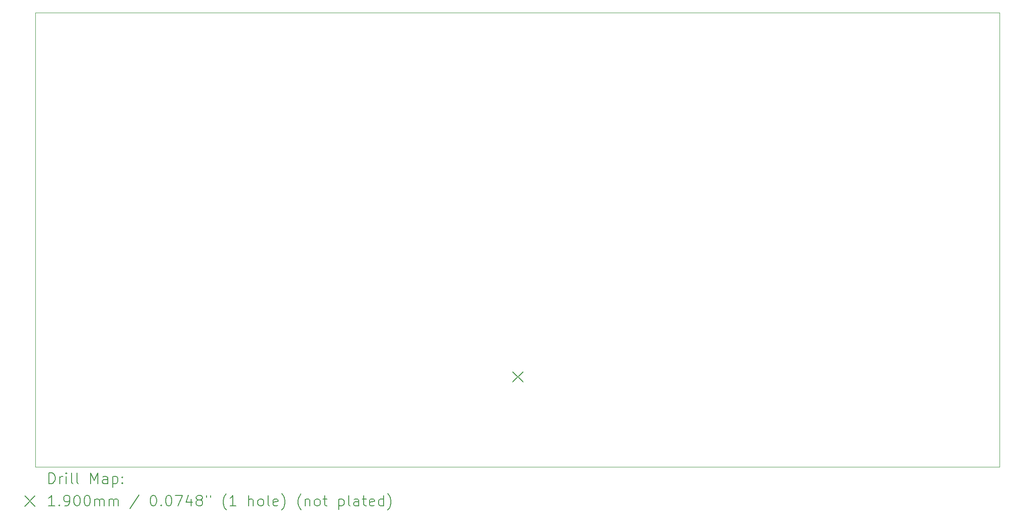
<source format=gbr>
%TF.GenerationSoftware,KiCad,Pcbnew,8.0.1*%
%TF.CreationDate,2024-04-17T00:36:40+02:00*%
%TF.ProjectId,Solaranlage,536f6c61-7261-46e6-9c61-67652e6b6963,rev?*%
%TF.SameCoordinates,Original*%
%TF.FileFunction,Drillmap*%
%TF.FilePolarity,Positive*%
%FSLAX45Y45*%
G04 Gerber Fmt 4.5, Leading zero omitted, Abs format (unit mm)*
G04 Created by KiCad (PCBNEW 8.0.1) date 2024-04-17 00:36:40*
%MOMM*%
%LPD*%
G01*
G04 APERTURE LIST*
%ADD10C,0.050000*%
%ADD11C,0.200000*%
%ADD12C,0.190000*%
G04 APERTURE END LIST*
D10*
X4877800Y-14020800D02*
X4877800Y-5520800D01*
X22908800Y-5520800D02*
X22908800Y-14020800D01*
X4877800Y-5520800D02*
X22908800Y-5520800D01*
X22908800Y-14020800D02*
X4877800Y-14020800D01*
D11*
D12*
X13805800Y-12246300D02*
X13995800Y-12436300D01*
X13995800Y-12246300D02*
X13805800Y-12436300D01*
D11*
X5136077Y-14334784D02*
X5136077Y-14134784D01*
X5136077Y-14134784D02*
X5183696Y-14134784D01*
X5183696Y-14134784D02*
X5212267Y-14144308D01*
X5212267Y-14144308D02*
X5231315Y-14163355D01*
X5231315Y-14163355D02*
X5240839Y-14182403D01*
X5240839Y-14182403D02*
X5250363Y-14220498D01*
X5250363Y-14220498D02*
X5250363Y-14249069D01*
X5250363Y-14249069D02*
X5240839Y-14287165D01*
X5240839Y-14287165D02*
X5231315Y-14306212D01*
X5231315Y-14306212D02*
X5212267Y-14325260D01*
X5212267Y-14325260D02*
X5183696Y-14334784D01*
X5183696Y-14334784D02*
X5136077Y-14334784D01*
X5336077Y-14334784D02*
X5336077Y-14201450D01*
X5336077Y-14239546D02*
X5345601Y-14220498D01*
X5345601Y-14220498D02*
X5355124Y-14210974D01*
X5355124Y-14210974D02*
X5374172Y-14201450D01*
X5374172Y-14201450D02*
X5393220Y-14201450D01*
X5459886Y-14334784D02*
X5459886Y-14201450D01*
X5459886Y-14134784D02*
X5450363Y-14144308D01*
X5450363Y-14144308D02*
X5459886Y-14153831D01*
X5459886Y-14153831D02*
X5469410Y-14144308D01*
X5469410Y-14144308D02*
X5459886Y-14134784D01*
X5459886Y-14134784D02*
X5459886Y-14153831D01*
X5583696Y-14334784D02*
X5564648Y-14325260D01*
X5564648Y-14325260D02*
X5555124Y-14306212D01*
X5555124Y-14306212D02*
X5555124Y-14134784D01*
X5688458Y-14334784D02*
X5669410Y-14325260D01*
X5669410Y-14325260D02*
X5659886Y-14306212D01*
X5659886Y-14306212D02*
X5659886Y-14134784D01*
X5917029Y-14334784D02*
X5917029Y-14134784D01*
X5917029Y-14134784D02*
X5983696Y-14277641D01*
X5983696Y-14277641D02*
X6050362Y-14134784D01*
X6050362Y-14134784D02*
X6050362Y-14334784D01*
X6231315Y-14334784D02*
X6231315Y-14230022D01*
X6231315Y-14230022D02*
X6221791Y-14210974D01*
X6221791Y-14210974D02*
X6202743Y-14201450D01*
X6202743Y-14201450D02*
X6164648Y-14201450D01*
X6164648Y-14201450D02*
X6145601Y-14210974D01*
X6231315Y-14325260D02*
X6212267Y-14334784D01*
X6212267Y-14334784D02*
X6164648Y-14334784D01*
X6164648Y-14334784D02*
X6145601Y-14325260D01*
X6145601Y-14325260D02*
X6136077Y-14306212D01*
X6136077Y-14306212D02*
X6136077Y-14287165D01*
X6136077Y-14287165D02*
X6145601Y-14268117D01*
X6145601Y-14268117D02*
X6164648Y-14258593D01*
X6164648Y-14258593D02*
X6212267Y-14258593D01*
X6212267Y-14258593D02*
X6231315Y-14249069D01*
X6326553Y-14201450D02*
X6326553Y-14401450D01*
X6326553Y-14210974D02*
X6345601Y-14201450D01*
X6345601Y-14201450D02*
X6383696Y-14201450D01*
X6383696Y-14201450D02*
X6402743Y-14210974D01*
X6402743Y-14210974D02*
X6412267Y-14220498D01*
X6412267Y-14220498D02*
X6421791Y-14239546D01*
X6421791Y-14239546D02*
X6421791Y-14296688D01*
X6421791Y-14296688D02*
X6412267Y-14315736D01*
X6412267Y-14315736D02*
X6402743Y-14325260D01*
X6402743Y-14325260D02*
X6383696Y-14334784D01*
X6383696Y-14334784D02*
X6345601Y-14334784D01*
X6345601Y-14334784D02*
X6326553Y-14325260D01*
X6507505Y-14315736D02*
X6517029Y-14325260D01*
X6517029Y-14325260D02*
X6507505Y-14334784D01*
X6507505Y-14334784D02*
X6497982Y-14325260D01*
X6497982Y-14325260D02*
X6507505Y-14315736D01*
X6507505Y-14315736D02*
X6507505Y-14334784D01*
X6507505Y-14210974D02*
X6517029Y-14220498D01*
X6517029Y-14220498D02*
X6507505Y-14230022D01*
X6507505Y-14230022D02*
X6497982Y-14220498D01*
X6497982Y-14220498D02*
X6507505Y-14210974D01*
X6507505Y-14210974D02*
X6507505Y-14230022D01*
D12*
X4685300Y-14568300D02*
X4875300Y-14758300D01*
X4875300Y-14568300D02*
X4685300Y-14758300D01*
D11*
X5240839Y-14754784D02*
X5126553Y-14754784D01*
X5183696Y-14754784D02*
X5183696Y-14554784D01*
X5183696Y-14554784D02*
X5164648Y-14583355D01*
X5164648Y-14583355D02*
X5145601Y-14602403D01*
X5145601Y-14602403D02*
X5126553Y-14611927D01*
X5326553Y-14735736D02*
X5336077Y-14745260D01*
X5336077Y-14745260D02*
X5326553Y-14754784D01*
X5326553Y-14754784D02*
X5317029Y-14745260D01*
X5317029Y-14745260D02*
X5326553Y-14735736D01*
X5326553Y-14735736D02*
X5326553Y-14754784D01*
X5431315Y-14754784D02*
X5469410Y-14754784D01*
X5469410Y-14754784D02*
X5488458Y-14745260D01*
X5488458Y-14745260D02*
X5497982Y-14735736D01*
X5497982Y-14735736D02*
X5517029Y-14707165D01*
X5517029Y-14707165D02*
X5526553Y-14669069D01*
X5526553Y-14669069D02*
X5526553Y-14592879D01*
X5526553Y-14592879D02*
X5517029Y-14573831D01*
X5517029Y-14573831D02*
X5507505Y-14564308D01*
X5507505Y-14564308D02*
X5488458Y-14554784D01*
X5488458Y-14554784D02*
X5450363Y-14554784D01*
X5450363Y-14554784D02*
X5431315Y-14564308D01*
X5431315Y-14564308D02*
X5421791Y-14573831D01*
X5421791Y-14573831D02*
X5412267Y-14592879D01*
X5412267Y-14592879D02*
X5412267Y-14640498D01*
X5412267Y-14640498D02*
X5421791Y-14659546D01*
X5421791Y-14659546D02*
X5431315Y-14669069D01*
X5431315Y-14669069D02*
X5450363Y-14678593D01*
X5450363Y-14678593D02*
X5488458Y-14678593D01*
X5488458Y-14678593D02*
X5507505Y-14669069D01*
X5507505Y-14669069D02*
X5517029Y-14659546D01*
X5517029Y-14659546D02*
X5526553Y-14640498D01*
X5650362Y-14554784D02*
X5669410Y-14554784D01*
X5669410Y-14554784D02*
X5688458Y-14564308D01*
X5688458Y-14564308D02*
X5697982Y-14573831D01*
X5697982Y-14573831D02*
X5707505Y-14592879D01*
X5707505Y-14592879D02*
X5717029Y-14630974D01*
X5717029Y-14630974D02*
X5717029Y-14678593D01*
X5717029Y-14678593D02*
X5707505Y-14716688D01*
X5707505Y-14716688D02*
X5697982Y-14735736D01*
X5697982Y-14735736D02*
X5688458Y-14745260D01*
X5688458Y-14745260D02*
X5669410Y-14754784D01*
X5669410Y-14754784D02*
X5650362Y-14754784D01*
X5650362Y-14754784D02*
X5631315Y-14745260D01*
X5631315Y-14745260D02*
X5621791Y-14735736D01*
X5621791Y-14735736D02*
X5612267Y-14716688D01*
X5612267Y-14716688D02*
X5602743Y-14678593D01*
X5602743Y-14678593D02*
X5602743Y-14630974D01*
X5602743Y-14630974D02*
X5612267Y-14592879D01*
X5612267Y-14592879D02*
X5621791Y-14573831D01*
X5621791Y-14573831D02*
X5631315Y-14564308D01*
X5631315Y-14564308D02*
X5650362Y-14554784D01*
X5840839Y-14554784D02*
X5859886Y-14554784D01*
X5859886Y-14554784D02*
X5878934Y-14564308D01*
X5878934Y-14564308D02*
X5888458Y-14573831D01*
X5888458Y-14573831D02*
X5897982Y-14592879D01*
X5897982Y-14592879D02*
X5907505Y-14630974D01*
X5907505Y-14630974D02*
X5907505Y-14678593D01*
X5907505Y-14678593D02*
X5897982Y-14716688D01*
X5897982Y-14716688D02*
X5888458Y-14735736D01*
X5888458Y-14735736D02*
X5878934Y-14745260D01*
X5878934Y-14745260D02*
X5859886Y-14754784D01*
X5859886Y-14754784D02*
X5840839Y-14754784D01*
X5840839Y-14754784D02*
X5821791Y-14745260D01*
X5821791Y-14745260D02*
X5812267Y-14735736D01*
X5812267Y-14735736D02*
X5802743Y-14716688D01*
X5802743Y-14716688D02*
X5793220Y-14678593D01*
X5793220Y-14678593D02*
X5793220Y-14630974D01*
X5793220Y-14630974D02*
X5802743Y-14592879D01*
X5802743Y-14592879D02*
X5812267Y-14573831D01*
X5812267Y-14573831D02*
X5821791Y-14564308D01*
X5821791Y-14564308D02*
X5840839Y-14554784D01*
X5993220Y-14754784D02*
X5993220Y-14621450D01*
X5993220Y-14640498D02*
X6002743Y-14630974D01*
X6002743Y-14630974D02*
X6021791Y-14621450D01*
X6021791Y-14621450D02*
X6050363Y-14621450D01*
X6050363Y-14621450D02*
X6069410Y-14630974D01*
X6069410Y-14630974D02*
X6078934Y-14650022D01*
X6078934Y-14650022D02*
X6078934Y-14754784D01*
X6078934Y-14650022D02*
X6088458Y-14630974D01*
X6088458Y-14630974D02*
X6107505Y-14621450D01*
X6107505Y-14621450D02*
X6136077Y-14621450D01*
X6136077Y-14621450D02*
X6155124Y-14630974D01*
X6155124Y-14630974D02*
X6164648Y-14650022D01*
X6164648Y-14650022D02*
X6164648Y-14754784D01*
X6259886Y-14754784D02*
X6259886Y-14621450D01*
X6259886Y-14640498D02*
X6269410Y-14630974D01*
X6269410Y-14630974D02*
X6288458Y-14621450D01*
X6288458Y-14621450D02*
X6317029Y-14621450D01*
X6317029Y-14621450D02*
X6336077Y-14630974D01*
X6336077Y-14630974D02*
X6345601Y-14650022D01*
X6345601Y-14650022D02*
X6345601Y-14754784D01*
X6345601Y-14650022D02*
X6355124Y-14630974D01*
X6355124Y-14630974D02*
X6374172Y-14621450D01*
X6374172Y-14621450D02*
X6402743Y-14621450D01*
X6402743Y-14621450D02*
X6421791Y-14630974D01*
X6421791Y-14630974D02*
X6431315Y-14650022D01*
X6431315Y-14650022D02*
X6431315Y-14754784D01*
X6821791Y-14545260D02*
X6650363Y-14802403D01*
X7078934Y-14554784D02*
X7097982Y-14554784D01*
X7097982Y-14554784D02*
X7117029Y-14564308D01*
X7117029Y-14564308D02*
X7126553Y-14573831D01*
X7126553Y-14573831D02*
X7136077Y-14592879D01*
X7136077Y-14592879D02*
X7145601Y-14630974D01*
X7145601Y-14630974D02*
X7145601Y-14678593D01*
X7145601Y-14678593D02*
X7136077Y-14716688D01*
X7136077Y-14716688D02*
X7126553Y-14735736D01*
X7126553Y-14735736D02*
X7117029Y-14745260D01*
X7117029Y-14745260D02*
X7097982Y-14754784D01*
X7097982Y-14754784D02*
X7078934Y-14754784D01*
X7078934Y-14754784D02*
X7059886Y-14745260D01*
X7059886Y-14745260D02*
X7050363Y-14735736D01*
X7050363Y-14735736D02*
X7040839Y-14716688D01*
X7040839Y-14716688D02*
X7031315Y-14678593D01*
X7031315Y-14678593D02*
X7031315Y-14630974D01*
X7031315Y-14630974D02*
X7040839Y-14592879D01*
X7040839Y-14592879D02*
X7050363Y-14573831D01*
X7050363Y-14573831D02*
X7059886Y-14564308D01*
X7059886Y-14564308D02*
X7078934Y-14554784D01*
X7231315Y-14735736D02*
X7240839Y-14745260D01*
X7240839Y-14745260D02*
X7231315Y-14754784D01*
X7231315Y-14754784D02*
X7221791Y-14745260D01*
X7221791Y-14745260D02*
X7231315Y-14735736D01*
X7231315Y-14735736D02*
X7231315Y-14754784D01*
X7364648Y-14554784D02*
X7383696Y-14554784D01*
X7383696Y-14554784D02*
X7402744Y-14564308D01*
X7402744Y-14564308D02*
X7412267Y-14573831D01*
X7412267Y-14573831D02*
X7421791Y-14592879D01*
X7421791Y-14592879D02*
X7431315Y-14630974D01*
X7431315Y-14630974D02*
X7431315Y-14678593D01*
X7431315Y-14678593D02*
X7421791Y-14716688D01*
X7421791Y-14716688D02*
X7412267Y-14735736D01*
X7412267Y-14735736D02*
X7402744Y-14745260D01*
X7402744Y-14745260D02*
X7383696Y-14754784D01*
X7383696Y-14754784D02*
X7364648Y-14754784D01*
X7364648Y-14754784D02*
X7345601Y-14745260D01*
X7345601Y-14745260D02*
X7336077Y-14735736D01*
X7336077Y-14735736D02*
X7326553Y-14716688D01*
X7326553Y-14716688D02*
X7317029Y-14678593D01*
X7317029Y-14678593D02*
X7317029Y-14630974D01*
X7317029Y-14630974D02*
X7326553Y-14592879D01*
X7326553Y-14592879D02*
X7336077Y-14573831D01*
X7336077Y-14573831D02*
X7345601Y-14564308D01*
X7345601Y-14564308D02*
X7364648Y-14554784D01*
X7497982Y-14554784D02*
X7631315Y-14554784D01*
X7631315Y-14554784D02*
X7545601Y-14754784D01*
X7793220Y-14621450D02*
X7793220Y-14754784D01*
X7745601Y-14545260D02*
X7697982Y-14688117D01*
X7697982Y-14688117D02*
X7821791Y-14688117D01*
X7926553Y-14640498D02*
X7907506Y-14630974D01*
X7907506Y-14630974D02*
X7897982Y-14621450D01*
X7897982Y-14621450D02*
X7888458Y-14602403D01*
X7888458Y-14602403D02*
X7888458Y-14592879D01*
X7888458Y-14592879D02*
X7897982Y-14573831D01*
X7897982Y-14573831D02*
X7907506Y-14564308D01*
X7907506Y-14564308D02*
X7926553Y-14554784D01*
X7926553Y-14554784D02*
X7964648Y-14554784D01*
X7964648Y-14554784D02*
X7983696Y-14564308D01*
X7983696Y-14564308D02*
X7993220Y-14573831D01*
X7993220Y-14573831D02*
X8002744Y-14592879D01*
X8002744Y-14592879D02*
X8002744Y-14602403D01*
X8002744Y-14602403D02*
X7993220Y-14621450D01*
X7993220Y-14621450D02*
X7983696Y-14630974D01*
X7983696Y-14630974D02*
X7964648Y-14640498D01*
X7964648Y-14640498D02*
X7926553Y-14640498D01*
X7926553Y-14640498D02*
X7907506Y-14650022D01*
X7907506Y-14650022D02*
X7897982Y-14659546D01*
X7897982Y-14659546D02*
X7888458Y-14678593D01*
X7888458Y-14678593D02*
X7888458Y-14716688D01*
X7888458Y-14716688D02*
X7897982Y-14735736D01*
X7897982Y-14735736D02*
X7907506Y-14745260D01*
X7907506Y-14745260D02*
X7926553Y-14754784D01*
X7926553Y-14754784D02*
X7964648Y-14754784D01*
X7964648Y-14754784D02*
X7983696Y-14745260D01*
X7983696Y-14745260D02*
X7993220Y-14735736D01*
X7993220Y-14735736D02*
X8002744Y-14716688D01*
X8002744Y-14716688D02*
X8002744Y-14678593D01*
X8002744Y-14678593D02*
X7993220Y-14659546D01*
X7993220Y-14659546D02*
X7983696Y-14650022D01*
X7983696Y-14650022D02*
X7964648Y-14640498D01*
X8078934Y-14554784D02*
X8078934Y-14592879D01*
X8155125Y-14554784D02*
X8155125Y-14592879D01*
X8450363Y-14830974D02*
X8440839Y-14821450D01*
X8440839Y-14821450D02*
X8421791Y-14792879D01*
X8421791Y-14792879D02*
X8412268Y-14773831D01*
X8412268Y-14773831D02*
X8402744Y-14745260D01*
X8402744Y-14745260D02*
X8393220Y-14697641D01*
X8393220Y-14697641D02*
X8393220Y-14659546D01*
X8393220Y-14659546D02*
X8402744Y-14611927D01*
X8402744Y-14611927D02*
X8412268Y-14583355D01*
X8412268Y-14583355D02*
X8421791Y-14564308D01*
X8421791Y-14564308D02*
X8440839Y-14535736D01*
X8440839Y-14535736D02*
X8450363Y-14526212D01*
X8631315Y-14754784D02*
X8517030Y-14754784D01*
X8574172Y-14754784D02*
X8574172Y-14554784D01*
X8574172Y-14554784D02*
X8555125Y-14583355D01*
X8555125Y-14583355D02*
X8536077Y-14602403D01*
X8536077Y-14602403D02*
X8517030Y-14611927D01*
X8869411Y-14754784D02*
X8869411Y-14554784D01*
X8955125Y-14754784D02*
X8955125Y-14650022D01*
X8955125Y-14650022D02*
X8945601Y-14630974D01*
X8945601Y-14630974D02*
X8926553Y-14621450D01*
X8926553Y-14621450D02*
X8897982Y-14621450D01*
X8897982Y-14621450D02*
X8878934Y-14630974D01*
X8878934Y-14630974D02*
X8869411Y-14640498D01*
X9078934Y-14754784D02*
X9059887Y-14745260D01*
X9059887Y-14745260D02*
X9050363Y-14735736D01*
X9050363Y-14735736D02*
X9040839Y-14716688D01*
X9040839Y-14716688D02*
X9040839Y-14659546D01*
X9040839Y-14659546D02*
X9050363Y-14640498D01*
X9050363Y-14640498D02*
X9059887Y-14630974D01*
X9059887Y-14630974D02*
X9078934Y-14621450D01*
X9078934Y-14621450D02*
X9107506Y-14621450D01*
X9107506Y-14621450D02*
X9126553Y-14630974D01*
X9126553Y-14630974D02*
X9136077Y-14640498D01*
X9136077Y-14640498D02*
X9145601Y-14659546D01*
X9145601Y-14659546D02*
X9145601Y-14716688D01*
X9145601Y-14716688D02*
X9136077Y-14735736D01*
X9136077Y-14735736D02*
X9126553Y-14745260D01*
X9126553Y-14745260D02*
X9107506Y-14754784D01*
X9107506Y-14754784D02*
X9078934Y-14754784D01*
X9259887Y-14754784D02*
X9240839Y-14745260D01*
X9240839Y-14745260D02*
X9231315Y-14726212D01*
X9231315Y-14726212D02*
X9231315Y-14554784D01*
X9412268Y-14745260D02*
X9393220Y-14754784D01*
X9393220Y-14754784D02*
X9355125Y-14754784D01*
X9355125Y-14754784D02*
X9336077Y-14745260D01*
X9336077Y-14745260D02*
X9326553Y-14726212D01*
X9326553Y-14726212D02*
X9326553Y-14650022D01*
X9326553Y-14650022D02*
X9336077Y-14630974D01*
X9336077Y-14630974D02*
X9355125Y-14621450D01*
X9355125Y-14621450D02*
X9393220Y-14621450D01*
X9393220Y-14621450D02*
X9412268Y-14630974D01*
X9412268Y-14630974D02*
X9421792Y-14650022D01*
X9421792Y-14650022D02*
X9421792Y-14669069D01*
X9421792Y-14669069D02*
X9326553Y-14688117D01*
X9488458Y-14830974D02*
X9497982Y-14821450D01*
X9497982Y-14821450D02*
X9517030Y-14792879D01*
X9517030Y-14792879D02*
X9526553Y-14773831D01*
X9526553Y-14773831D02*
X9536077Y-14745260D01*
X9536077Y-14745260D02*
X9545601Y-14697641D01*
X9545601Y-14697641D02*
X9545601Y-14659546D01*
X9545601Y-14659546D02*
X9536077Y-14611927D01*
X9536077Y-14611927D02*
X9526553Y-14583355D01*
X9526553Y-14583355D02*
X9517030Y-14564308D01*
X9517030Y-14564308D02*
X9497982Y-14535736D01*
X9497982Y-14535736D02*
X9488458Y-14526212D01*
X9850363Y-14830974D02*
X9840839Y-14821450D01*
X9840839Y-14821450D02*
X9821792Y-14792879D01*
X9821792Y-14792879D02*
X9812268Y-14773831D01*
X9812268Y-14773831D02*
X9802744Y-14745260D01*
X9802744Y-14745260D02*
X9793220Y-14697641D01*
X9793220Y-14697641D02*
X9793220Y-14659546D01*
X9793220Y-14659546D02*
X9802744Y-14611927D01*
X9802744Y-14611927D02*
X9812268Y-14583355D01*
X9812268Y-14583355D02*
X9821792Y-14564308D01*
X9821792Y-14564308D02*
X9840839Y-14535736D01*
X9840839Y-14535736D02*
X9850363Y-14526212D01*
X9926553Y-14621450D02*
X9926553Y-14754784D01*
X9926553Y-14640498D02*
X9936077Y-14630974D01*
X9936077Y-14630974D02*
X9955125Y-14621450D01*
X9955125Y-14621450D02*
X9983696Y-14621450D01*
X9983696Y-14621450D02*
X10002744Y-14630974D01*
X10002744Y-14630974D02*
X10012268Y-14650022D01*
X10012268Y-14650022D02*
X10012268Y-14754784D01*
X10136077Y-14754784D02*
X10117030Y-14745260D01*
X10117030Y-14745260D02*
X10107506Y-14735736D01*
X10107506Y-14735736D02*
X10097982Y-14716688D01*
X10097982Y-14716688D02*
X10097982Y-14659546D01*
X10097982Y-14659546D02*
X10107506Y-14640498D01*
X10107506Y-14640498D02*
X10117030Y-14630974D01*
X10117030Y-14630974D02*
X10136077Y-14621450D01*
X10136077Y-14621450D02*
X10164649Y-14621450D01*
X10164649Y-14621450D02*
X10183696Y-14630974D01*
X10183696Y-14630974D02*
X10193220Y-14640498D01*
X10193220Y-14640498D02*
X10202744Y-14659546D01*
X10202744Y-14659546D02*
X10202744Y-14716688D01*
X10202744Y-14716688D02*
X10193220Y-14735736D01*
X10193220Y-14735736D02*
X10183696Y-14745260D01*
X10183696Y-14745260D02*
X10164649Y-14754784D01*
X10164649Y-14754784D02*
X10136077Y-14754784D01*
X10259887Y-14621450D02*
X10336077Y-14621450D01*
X10288458Y-14554784D02*
X10288458Y-14726212D01*
X10288458Y-14726212D02*
X10297982Y-14745260D01*
X10297982Y-14745260D02*
X10317030Y-14754784D01*
X10317030Y-14754784D02*
X10336077Y-14754784D01*
X10555125Y-14621450D02*
X10555125Y-14821450D01*
X10555125Y-14630974D02*
X10574173Y-14621450D01*
X10574173Y-14621450D02*
X10612268Y-14621450D01*
X10612268Y-14621450D02*
X10631315Y-14630974D01*
X10631315Y-14630974D02*
X10640839Y-14640498D01*
X10640839Y-14640498D02*
X10650363Y-14659546D01*
X10650363Y-14659546D02*
X10650363Y-14716688D01*
X10650363Y-14716688D02*
X10640839Y-14735736D01*
X10640839Y-14735736D02*
X10631315Y-14745260D01*
X10631315Y-14745260D02*
X10612268Y-14754784D01*
X10612268Y-14754784D02*
X10574173Y-14754784D01*
X10574173Y-14754784D02*
X10555125Y-14745260D01*
X10764649Y-14754784D02*
X10745601Y-14745260D01*
X10745601Y-14745260D02*
X10736077Y-14726212D01*
X10736077Y-14726212D02*
X10736077Y-14554784D01*
X10926554Y-14754784D02*
X10926554Y-14650022D01*
X10926554Y-14650022D02*
X10917030Y-14630974D01*
X10917030Y-14630974D02*
X10897982Y-14621450D01*
X10897982Y-14621450D02*
X10859887Y-14621450D01*
X10859887Y-14621450D02*
X10840839Y-14630974D01*
X10926554Y-14745260D02*
X10907506Y-14754784D01*
X10907506Y-14754784D02*
X10859887Y-14754784D01*
X10859887Y-14754784D02*
X10840839Y-14745260D01*
X10840839Y-14745260D02*
X10831315Y-14726212D01*
X10831315Y-14726212D02*
X10831315Y-14707165D01*
X10831315Y-14707165D02*
X10840839Y-14688117D01*
X10840839Y-14688117D02*
X10859887Y-14678593D01*
X10859887Y-14678593D02*
X10907506Y-14678593D01*
X10907506Y-14678593D02*
X10926554Y-14669069D01*
X10993220Y-14621450D02*
X11069411Y-14621450D01*
X11021792Y-14554784D02*
X11021792Y-14726212D01*
X11021792Y-14726212D02*
X11031315Y-14745260D01*
X11031315Y-14745260D02*
X11050363Y-14754784D01*
X11050363Y-14754784D02*
X11069411Y-14754784D01*
X11212268Y-14745260D02*
X11193220Y-14754784D01*
X11193220Y-14754784D02*
X11155125Y-14754784D01*
X11155125Y-14754784D02*
X11136077Y-14745260D01*
X11136077Y-14745260D02*
X11126554Y-14726212D01*
X11126554Y-14726212D02*
X11126554Y-14650022D01*
X11126554Y-14650022D02*
X11136077Y-14630974D01*
X11136077Y-14630974D02*
X11155125Y-14621450D01*
X11155125Y-14621450D02*
X11193220Y-14621450D01*
X11193220Y-14621450D02*
X11212268Y-14630974D01*
X11212268Y-14630974D02*
X11221792Y-14650022D01*
X11221792Y-14650022D02*
X11221792Y-14669069D01*
X11221792Y-14669069D02*
X11126554Y-14688117D01*
X11393220Y-14754784D02*
X11393220Y-14554784D01*
X11393220Y-14745260D02*
X11374173Y-14754784D01*
X11374173Y-14754784D02*
X11336077Y-14754784D01*
X11336077Y-14754784D02*
X11317030Y-14745260D01*
X11317030Y-14745260D02*
X11307506Y-14735736D01*
X11307506Y-14735736D02*
X11297982Y-14716688D01*
X11297982Y-14716688D02*
X11297982Y-14659546D01*
X11297982Y-14659546D02*
X11307506Y-14640498D01*
X11307506Y-14640498D02*
X11317030Y-14630974D01*
X11317030Y-14630974D02*
X11336077Y-14621450D01*
X11336077Y-14621450D02*
X11374173Y-14621450D01*
X11374173Y-14621450D02*
X11393220Y-14630974D01*
X11469411Y-14830974D02*
X11478934Y-14821450D01*
X11478934Y-14821450D02*
X11497982Y-14792879D01*
X11497982Y-14792879D02*
X11507506Y-14773831D01*
X11507506Y-14773831D02*
X11517030Y-14745260D01*
X11517030Y-14745260D02*
X11526553Y-14697641D01*
X11526553Y-14697641D02*
X11526553Y-14659546D01*
X11526553Y-14659546D02*
X11517030Y-14611927D01*
X11517030Y-14611927D02*
X11507506Y-14583355D01*
X11507506Y-14583355D02*
X11497982Y-14564308D01*
X11497982Y-14564308D02*
X11478934Y-14535736D01*
X11478934Y-14535736D02*
X11469411Y-14526212D01*
M02*

</source>
